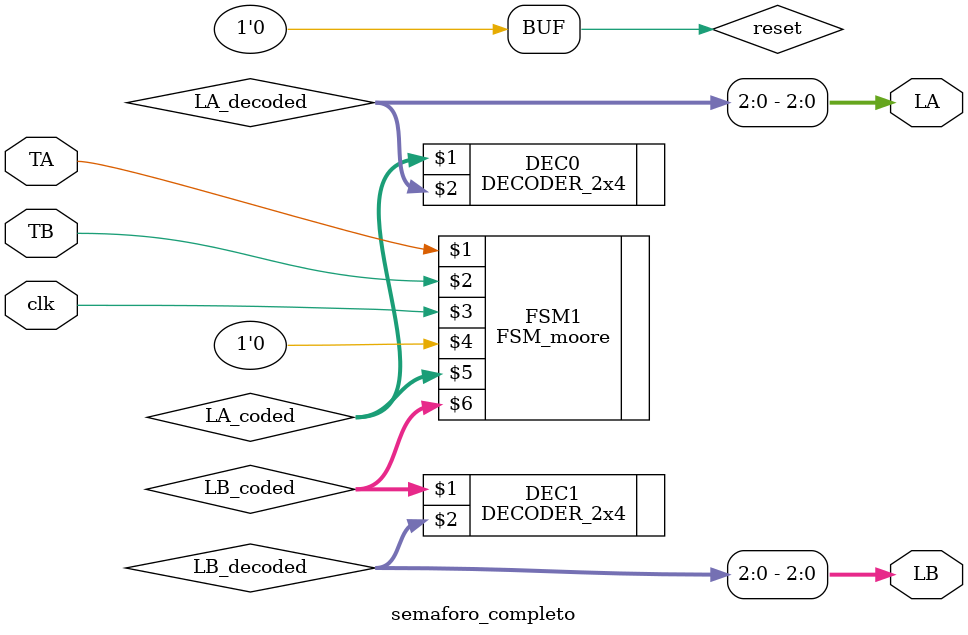
<source format=v>
module semaforo_completo (
	input TA, TB, clk,
	output [2:0] LA, LB
	);
    wire [2:0] LA, LB;		// decodificada
	wire [1:0] LA_coded, LB_coded; 	// codificada
	wire [3:0] LA_decoded, LB_decoded; 	// 4 bits
	
	// señal de reset
	wire reset;
	assign reset = 1'b0;
	
	// FSM con salidas codificadas
	FSM_moore FSM1(TA, TB, clk, reset, LA_coded, LB_coded);
	
	DECODER_2x4 DEC0(LA_coded, LA_decoded);
	DECODER_2x4 DEC1(LB_coded, LB_decoded);
	
	assign LA = LA_decoded[2:0];
	assign LB = LB_decoded[2:0];
	
endmodule

</source>
